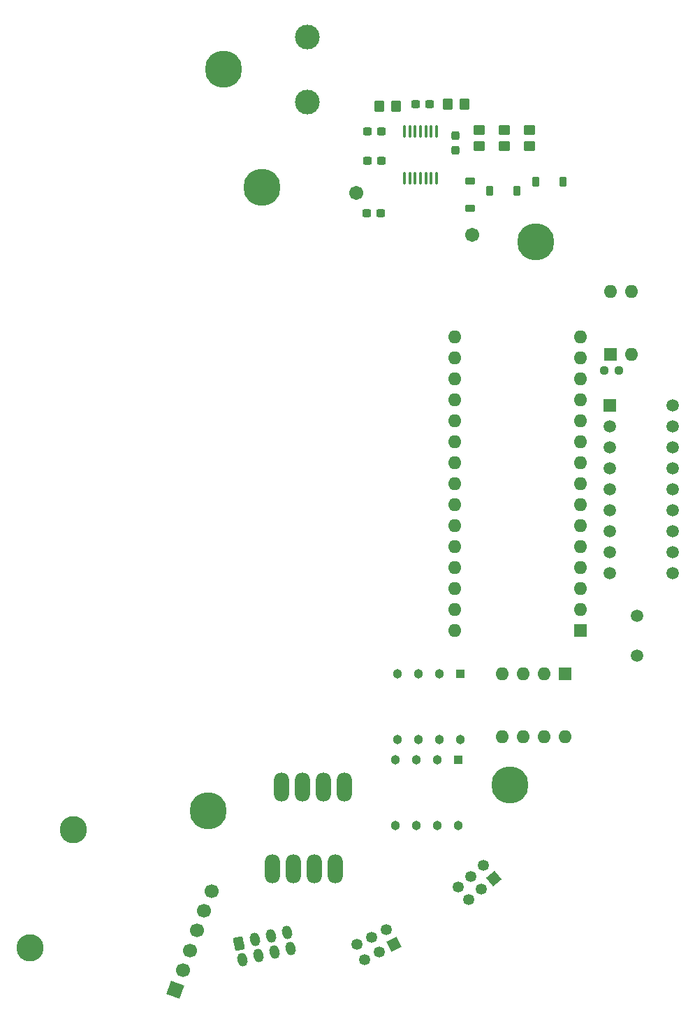
<source format=gbr>
%TF.GenerationSoftware,KiCad,Pcbnew,7.0.1*%
%TF.CreationDate,2023-05-22T07:14:15+09:00*%
%TF.ProjectId,THRControlModuleBoard,54485243-6f6e-4747-926f-6c4d6f64756c,rev?*%
%TF.SameCoordinates,Original*%
%TF.FileFunction,Soldermask,Top*%
%TF.FilePolarity,Negative*%
%FSLAX46Y46*%
G04 Gerber Fmt 4.6, Leading zero omitted, Abs format (unit mm)*
G04 Created by KiCad (PCBNEW 7.0.1) date 2023-05-22 07:14:15*
%MOMM*%
%LPD*%
G01*
G04 APERTURE LIST*
G04 Aperture macros list*
%AMRoundRect*
0 Rectangle with rounded corners*
0 $1 Rounding radius*
0 $2 $3 $4 $5 $6 $7 $8 $9 X,Y pos of 4 corners*
0 Add a 4 corners polygon primitive as box body*
4,1,4,$2,$3,$4,$5,$6,$7,$8,$9,$2,$3,0*
0 Add four circle primitives for the rounded corners*
1,1,$1+$1,$2,$3*
1,1,$1+$1,$4,$5*
1,1,$1+$1,$6,$7*
1,1,$1+$1,$8,$9*
0 Add four rect primitives between the rounded corners*
20,1,$1+$1,$2,$3,$4,$5,0*
20,1,$1+$1,$4,$5,$6,$7,0*
20,1,$1+$1,$6,$7,$8,$9,0*
20,1,$1+$1,$8,$9,$2,$3,0*%
%AMHorizOval*
0 Thick line with rounded ends*
0 $1 width*
0 $2 $3 position (X,Y) of the first rounded end (center of the circle)*
0 $4 $5 position (X,Y) of the second rounded end (center of the circle)*
0 Add line between two ends*
20,1,$1,$2,$3,$4,$5,0*
0 Add two circle primitives to create the rounded ends*
1,1,$1,$2,$3*
1,1,$1,$4,$5*%
%AMRotRect*
0 Rectangle, with rotation*
0 The origin of the aperture is its center*
0 $1 length*
0 $2 width*
0 $3 Rotation angle, in degrees counterclockwise*
0 Add horizontal line*
21,1,$1,$2,0,0,$3*%
G04 Aperture macros list end*
%ADD10RoundRect,0.100000X-0.100000X0.637500X-0.100000X-0.637500X0.100000X-0.637500X0.100000X0.637500X0*%
%ADD11O,1.600000X1.600000*%
%ADD12R,1.600000X1.600000*%
%ADD13R,1.133000X1.133000*%
%ADD14C,1.133000*%
%ADD15RotRect,1.350000X1.350000X297.000000*%
%ADD16HorizOval,1.350000X0.000000X0.000000X0.000000X0.000000X0*%
%ADD17RotRect,1.350000X1.350000X310.000000*%
%ADD18HorizOval,1.350000X0.000000X0.000000X0.000000X0.000000X0*%
%ADD19RoundRect,0.237500X-0.300000X-0.237500X0.300000X-0.237500X0.300000X0.237500X-0.300000X0.237500X0*%
%ADD20RoundRect,0.225000X0.225000X0.375000X-0.225000X0.375000X-0.225000X-0.375000X0.225000X-0.375000X0*%
%ADD21C,4.500000*%
%ADD22RoundRect,0.250000X-0.450000X0.350000X-0.450000X-0.350000X0.450000X-0.350000X0.450000X0.350000X0*%
%ADD23RoundRect,0.250000X0.350000X0.450000X-0.350000X0.450000X-0.350000X-0.450000X0.350000X-0.450000X0*%
%ADD24O,1.853200X3.503200*%
%ADD25RoundRect,0.225000X0.375000X-0.225000X0.375000X0.225000X-0.375000X0.225000X-0.375000X-0.225000X0*%
%ADD26RoundRect,0.250000X-0.350000X-0.450000X0.350000X-0.450000X0.350000X0.450000X-0.350000X0.450000X0*%
%ADD27RoundRect,0.250000X-0.215057X-0.624380X0.467002X-0.466914X0.215057X0.624380X-0.467002X0.466914X0*%
%ADD28HorizOval,1.200000X-0.050614X0.219233X0.050614X-0.219233X0*%
%ADD29C,1.500000*%
%ADD30HorizOval,1.700000X0.000000X0.000000X0.000000X0.000000X0*%
%ADD31RotRect,1.700000X1.700000X160.000000*%
%ADD32C,3.302000*%
%ADD33RoundRect,0.237500X0.250000X0.237500X-0.250000X0.237500X-0.250000X-0.237500X0.250000X-0.237500X0*%
%ADD34RoundRect,0.237500X-0.237500X0.300000X-0.237500X-0.300000X0.237500X-0.300000X0.237500X0.300000X0*%
%ADD35RoundRect,0.237500X0.300000X0.237500X-0.300000X0.237500X-0.300000X-0.237500X0.300000X-0.237500X0*%
%ADD36C,3.000000*%
%ADD37R,1.498600X1.498600*%
%ADD38C,1.498600*%
%ADD39C,1.710000*%
G04 APERTURE END LIST*
D10*
%TO.C,U1*%
X136152000Y-48819500D03*
X135502000Y-48819500D03*
X134852000Y-48819500D03*
X134202000Y-48819500D03*
X133552000Y-48819500D03*
X132902000Y-48819500D03*
X132252000Y-48819500D03*
X132252000Y-54544500D03*
X132902000Y-54544500D03*
X133552000Y-54544500D03*
X134202000Y-54544500D03*
X134852000Y-54544500D03*
X135502000Y-54544500D03*
X136152000Y-54544500D03*
%TD*%
D11*
%TO.C,A1*%
X138320000Y-109300000D03*
X138320000Y-106760000D03*
X138320000Y-104220000D03*
X138320000Y-101680000D03*
X138320000Y-99140000D03*
X138320000Y-96600000D03*
X138320000Y-94060000D03*
X138320000Y-91520000D03*
X138320000Y-88980000D03*
X138320000Y-86440000D03*
X138320000Y-83900000D03*
X138320000Y-81360000D03*
X138320000Y-78820000D03*
X138320000Y-76280000D03*
X138320000Y-73740000D03*
X153560000Y-73740000D03*
X153560000Y-76280000D03*
X153560000Y-78820000D03*
X153560000Y-81360000D03*
X153560000Y-83900000D03*
X153560000Y-86440000D03*
X153560000Y-88980000D03*
X153560000Y-91520000D03*
X153560000Y-94060000D03*
X153560000Y-96600000D03*
X153560000Y-99140000D03*
X153560000Y-101680000D03*
X153560000Y-104220000D03*
X153560000Y-106760000D03*
D12*
X153560000Y-109300000D03*
%TD*%
D13*
%TO.C,IC2*%
X139060000Y-114581000D03*
D14*
X136520000Y-114581000D03*
X133980000Y-114581000D03*
X131440000Y-114581000D03*
X131440000Y-122519000D03*
X133980000Y-122519000D03*
X136520000Y-122519000D03*
X139060000Y-122519000D03*
%TD*%
D15*
%TO.C,J2*%
X130986004Y-147333026D03*
D16*
X130078023Y-145551012D03*
X129203990Y-148241007D03*
X128296010Y-146458993D03*
X127421977Y-149148988D03*
X126513996Y-147366974D03*
%TD*%
D17*
%TO.C,J3*%
X143124876Y-139330469D03*
D18*
X141839301Y-137798380D03*
X141592788Y-140616044D03*
X140307212Y-139083956D03*
X140060699Y-141901620D03*
X138775124Y-140369531D03*
%TD*%
D19*
%TO.C,C2*%
X133593500Y-45586000D03*
X135318500Y-45586000D03*
%TD*%
D20*
%TO.C,D3*%
X145900000Y-56050000D03*
X142600000Y-56050000D03*
%TD*%
%TO.C,D1*%
X151500000Y-54950000D03*
X148200000Y-54950000D03*
%TD*%
D21*
%TO.C,H3*%
X108450000Y-131150000D03*
%TD*%
D22*
%TO.C,R4*%
X141314000Y-48666000D03*
X141314000Y-50666000D03*
%TD*%
D23*
%TO.C,R2*%
X139520000Y-45586000D03*
X137520000Y-45586000D03*
%TD*%
D12*
%TO.C,U2*%
X151750000Y-114550000D03*
D11*
X149210000Y-114550000D03*
X146670000Y-114550000D03*
X144130000Y-114550000D03*
X144130000Y-122170000D03*
X146670000Y-122170000D03*
X149210000Y-122170000D03*
X151750000Y-122170000D03*
%TD*%
D24*
%TO.C,J5*%
X117390000Y-128250000D03*
X119930000Y-128250000D03*
X122470000Y-128250000D03*
X125010000Y-128250000D03*
%TD*%
D25*
%TO.C,D2*%
X140200000Y-58150000D03*
X140200000Y-54850000D03*
%TD*%
D22*
%TO.C,R5*%
X144362000Y-48650000D03*
X144362000Y-50650000D03*
%TD*%
D13*
%TO.C,IC1*%
X138760000Y-124981000D03*
D14*
X136220000Y-124981000D03*
X133680000Y-124981000D03*
X131140000Y-124981000D03*
X131140000Y-132919000D03*
X133680000Y-132919000D03*
X136220000Y-132919000D03*
X138760000Y-132919000D03*
%TD*%
D26*
%TO.C,R1*%
X129250000Y-45850000D03*
X131250000Y-45850000D03*
%TD*%
D22*
%TO.C,R3*%
X147410000Y-48666000D03*
X147410000Y-50666000D03*
%TD*%
D12*
%TO.C,U4*%
X157275000Y-75850000D03*
D11*
X159815000Y-75850000D03*
X159815000Y-68230000D03*
X157275000Y-68230000D03*
%TD*%
D21*
%TO.C,H1*%
X115000000Y-55650000D03*
%TD*%
D27*
%TO.C,J6*%
X112163473Y-147201064D03*
D28*
X112613375Y-149149804D03*
X114112213Y-146751162D03*
X114562115Y-148699902D03*
X116060953Y-146301260D03*
X116510855Y-148250000D03*
X118009693Y-145851358D03*
X118459595Y-147800098D03*
%TD*%
D29*
%TO.C,Y1*%
X160450000Y-112400000D03*
X160450000Y-107520000D03*
%TD*%
D21*
%TO.C,H4*%
X145050000Y-128050000D03*
%TD*%
D30*
%TO.C,U5*%
X108856194Y-140889542D03*
X107987463Y-143276362D03*
X107118731Y-145663181D03*
X106250000Y-148050000D03*
X105381269Y-150436819D03*
D31*
X104512538Y-152823639D03*
D32*
X92105461Y-133441268D03*
X86893074Y-147762184D03*
%TD*%
D19*
%TO.C,C1*%
X127751500Y-48888000D03*
X129476500Y-48888000D03*
%TD*%
D33*
%TO.C,R11*%
X158262500Y-77850000D03*
X156437500Y-77850000D03*
%TD*%
D34*
%TO.C,C3*%
X138450000Y-49387500D03*
X138450000Y-51112500D03*
%TD*%
D24*
%TO.C,J4*%
X116240000Y-138150000D03*
X118780000Y-138150000D03*
X121320000Y-138150000D03*
X123860000Y-138150000D03*
%TD*%
D35*
%TO.C,C5*%
X129412500Y-58750000D03*
X127687500Y-58750000D03*
%TD*%
%TO.C,C4*%
X129476500Y-52444000D03*
X127751500Y-52444000D03*
%TD*%
D21*
%TO.C,H2*%
X148150000Y-62250000D03*
%TD*%
D36*
%TO.C,J1*%
X120450000Y-45300000D03*
X120450000Y-37400000D03*
D21*
X110290000Y-41350000D03*
%TD*%
D37*
%TO.C,U3*%
X157140000Y-82090000D03*
D38*
X157140000Y-84630000D03*
X157140000Y-87170000D03*
X157140000Y-89710000D03*
X157140000Y-92250000D03*
X157140000Y-94790000D03*
X157140000Y-97330000D03*
X157140000Y-99870000D03*
X157140000Y-102410000D03*
X164760000Y-102410000D03*
X164760000Y-99870000D03*
X164760000Y-97330000D03*
X164760000Y-94790000D03*
X164760000Y-92250000D03*
X164760000Y-89710000D03*
X164760000Y-87170000D03*
X164760000Y-84630000D03*
X164760000Y-82090000D03*
%TD*%
D39*
%TO.C,LS1*%
X140497695Y-61415151D03*
X126402305Y-56284849D03*
%TD*%
M02*

</source>
